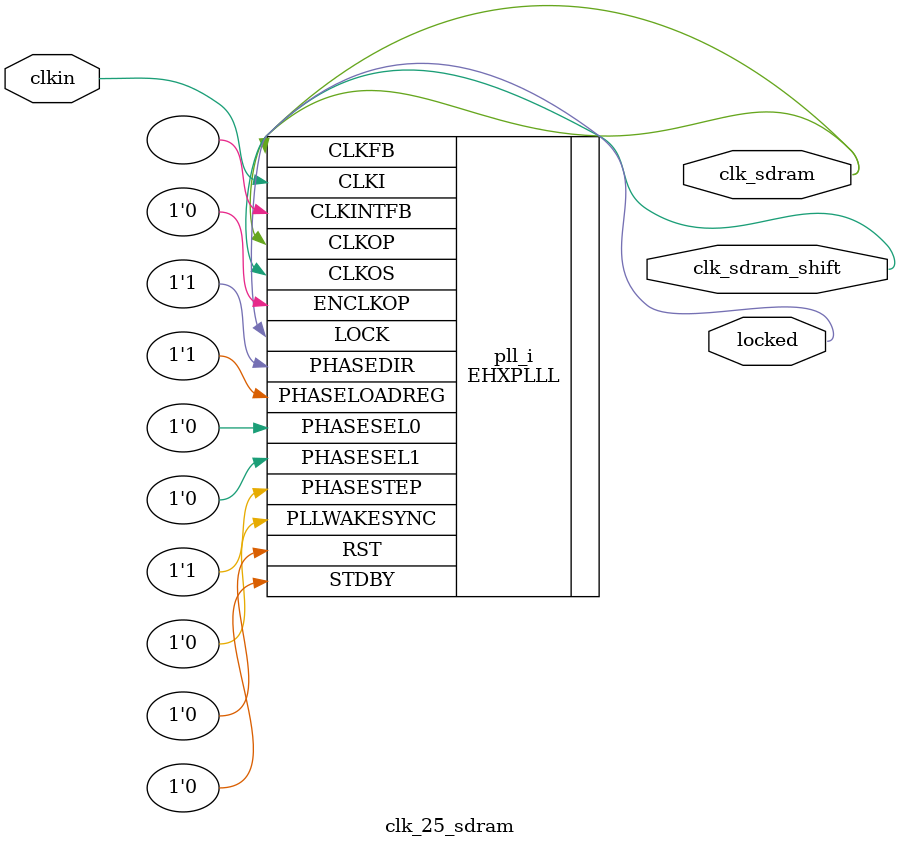
<source format=v>
module clk_25_sdram
(
    input clkin, // 25 MHz, 0 deg
    output clk_sdram, // 112.5 MHz, 0 deg
    output clk_sdram_shift, // 112.5 MHz, 117 deg
    output locked
);
(* FREQUENCY_PIN_CLKI="25" *)
(* FREQUENCY_PIN_CLKOP="112.5" *)
(* FREQUENCY_PIN_CLKOS="112.5" *)
(* ICP_CURRENT="12" *) (* LPF_RESISTOR="8" *) (* MFG_ENABLE_FILTEROPAMP="1" *) (* MFG_GMCREF_SEL="2" *)
EHXPLLL #(
        .PLLRST_ENA("DISABLED"),
        .INTFB_WAKE("DISABLED"),
        .STDBY_ENABLE("DISABLED"),
        .DPHASE_SOURCE("DISABLED"),
        .OUTDIVIDER_MUXA("DIVA"),
        .OUTDIVIDER_MUXB("DIVB"),
        .OUTDIVIDER_MUXC("DIVC"),
        .OUTDIVIDER_MUXD("DIVD"),
        .CLKI_DIV(2),
        .CLKOP_ENABLE("ENABLED"),
        .CLKOP_DIV(5),
        .CLKOP_CPHASE(2),
        .CLKOP_FPHASE(0),
        .CLKOS_ENABLE("ENABLED"),
        .CLKOS_DIV(5),
        .CLKOS_CPHASE(3),
        .CLKOS_FPHASE(5),
        .FEEDBK_PATH("CLKOP"),
        .CLKFB_DIV(9)
    ) pll_i (
        .RST(1'b0),
        .STDBY(1'b0),
        .CLKI(clkin),
        .CLKOP(clk_sdram),
        .CLKOS(clk_sdram_shift),
        .CLKFB(clk_sdram),
        .CLKINTFB(),
        .PHASESEL0(1'b0),
        .PHASESEL1(1'b0),
        .PHASEDIR(1'b1),
        .PHASESTEP(1'b1),
        .PHASELOADREG(1'b1),
        .PLLWAKESYNC(1'b0),
        .ENCLKOP(1'b0),
        .LOCK(locked)
	);
endmodule

</source>
